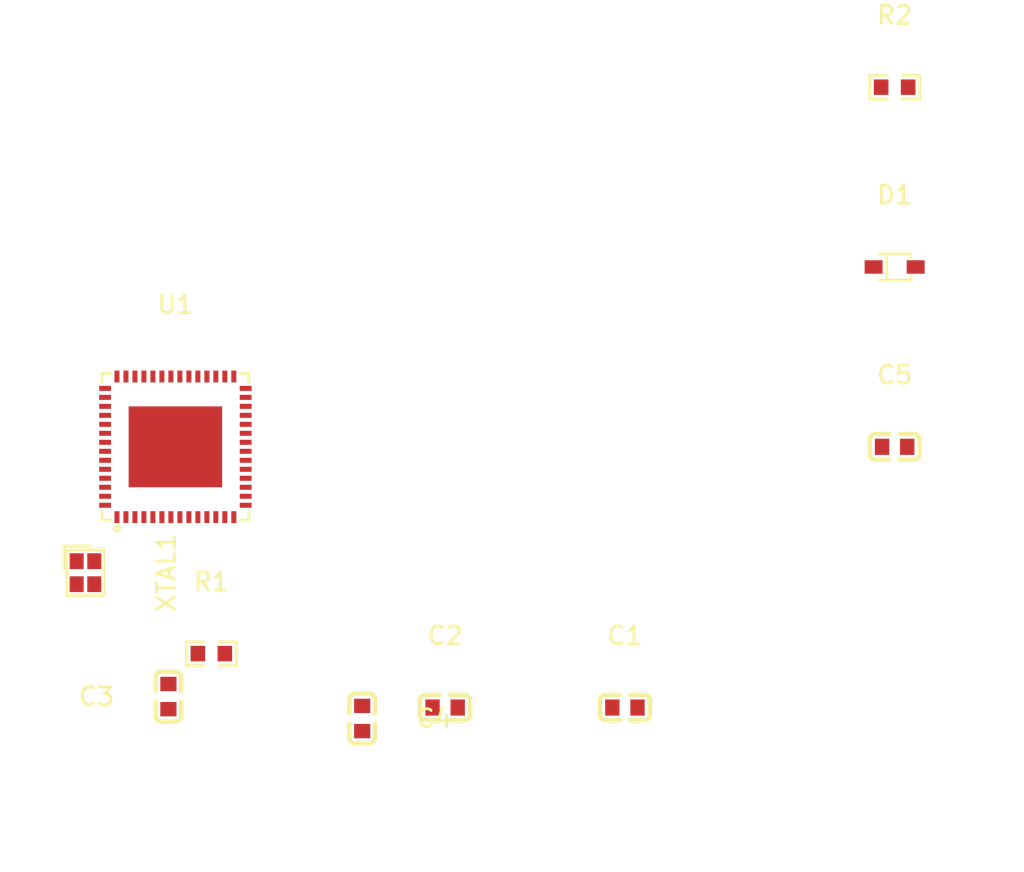
<source format=kicad_pcb>
(kicad_pcb (version 20241229) (generator "pcbnew") (generator_version "9.0")
  (layers (0 "F.Cu" signal) (2 "B.Cu" signal) (13 "F.Paste" user) (15 "B.Paste" user) (5 "F.SilkS" user "F.Silkscreen") (7 "B.SilkS" user "B.Silkscreen") (1 "F.Mask" user) (3 "B.Mask" user) (25 "Edge.Cuts" user))
  (net 0 "")
  (net 1 "line-2")
  (net 2 "line-7")
  (net 3 "line-1")
  (net 4 "xtalin")
  (net 5 "line-3")
  (net 6 "line-4")
  (net 7 "line-6")
  (net 8 "line-5")
  (net 9 "line")
  (net 10 "gnd")
  (net 11 "line-13")
  (net 12 "line-14")
  (net 13 "line-11")
  (net 14 "line-25")
  (net 15 "line-12")
  (net 16 "line-10")
  (net 17 "anode")
  (net 18 "line-9")
  (net 19 "line-15")
  (net 20 "xtalout")
  (net 21 "line-17")
  (net 22 "line-21")
  (net 23 "hv")
  (net 24 "line-18")
  (net 25 "line-20")
  (net 26 "line-19")
  (net 27 "line-24")
  (net 28 "line-23")
  (net 29 "line-35")
  (net 30 "line-22")
  (net 31 "line-16")
  (net 32 "line-8")
  (net 33 "gnd-1")
  (net 34 "line-26")
  (net 35 "line-28")
  (net 36 "hv-1")
  (net 37 "net")
  (net 38 "line-29")
  (net 39 "line-32")
  (net 40 "line-30")
  (net 41 "line-33")
  (net 42 "line-31")
  (net 43 "line-27")
  (net 44 "line-34")
  (footprint "atopile:C0603-bd72f6" (layer "F.Cu") (at 10.388 15.11 -90)
    (property "Reference" "C4" (at 0 -4 180) (layer "F.SilkS"))
    (property "Value" "100nF ±10% 50V X7R")
    (fp_line (start -0.28 0.71) (end -1.08 0.71) (stroke (width 0.25)) (layer "F.SilkS"))
    (fp_line (start 0.28 0.71) (end 1.08 0.71) (stroke (width 0.25)) (layer "F.SilkS"))
    (fp_line (start -1.39 0.4) (end -1.39 -0.4) (stroke (width 0.25)) (layer "F.SilkS"))
    (fp_line (start 1.39 -0.4) (end 1.39 0.4) (stroke (width 0.25)) (layer "F.SilkS"))
    (fp_line (start -0.28 -0.71) (end -1.08 -0.71) (stroke (width 0.25)) (layer "F.SilkS"))
    (fp_line (start 0.28 -0.71) (end 1.08 -0.71) (stroke (width 0.25)) (layer "F.SilkS"))
    (fp_arc (start -1.08 0.71) (mid -1.299203 0.619203) (end -1.39 0.4) (stroke (width 0.25)) (layer "F.SilkS"))
    (fp_arc (start 1.39 0.4) (mid 1.299203 0.619203) (end 1.08 0.71) (stroke (width 0.25)) (layer "F.SilkS"))
    (fp_arc (start -1.39 -0.4) (mid -1.299203 -0.619203) (end -1.08 -0.71) (stroke (width 0.25)) (layer "F.SilkS"))
    (fp_arc (start 1.08 -0.71) (mid 1.299203 -0.619203) (end 1.39 -0.4) (stroke (width 0.25)) (layer "F.SilkS"))
    (fp_text user "${REFERENCE}" (at 0 -4 180) (layer "F.SilkS"))
    (pad "1" smd rect (at -0.7 0 270) (size 0.8 0.9) (layers "F.Cu" "F.Mask" "F.Paste") (net 4 "xtalin"))
    (pad "2" smd rect (at 0.7 0 270) (size 0.8 0.9) (layers "F.Cu" "F.Mask" "F.Paste") (net 10 "gnd"))
  )
  (footprint "atopile:R0603-ebcab9" (layer "F.Cu") (at 40 -20)
    (property "Reference" "R2" (at 0 -4 0) (layer "F.SilkS"))
    (property "Value" "10kΩ ±1% 100mW")
    (fp_line (start -1.39 -0.66) (end -0.43 -0.66) (stroke (width 0.15)) (layer "F.SilkS"))
    (fp_line (start -1.39 0.66) (end -1.39 -0.66) (stroke (width 0.15)) (layer "F.SilkS"))
    (fp_line (start -0.43 0.66) (end -1.39 0.66) (stroke (width 0.15)) (layer "F.SilkS"))
    (fp_line (start 0.43 0.66) (end 1.39 0.66) (stroke (width 0.15)) (layer "F.SilkS"))
    (fp_line (start 1.39 -0.66) (end 0.43 -0.66) (stroke (width 0.15)) (layer "F.SilkS"))
    (fp_line (start 1.39 0.66) (end 1.39 -0.66) (stroke (width 0.15)) (layer "F.SilkS"))
    (fp_text user "${REFERENCE}" (at 0 -4 0) (layer "F.SilkS"))
    (pad "1" smd rect (at -0.75 0) (size 0.81 0.86) (layers "F.Cu" "F.Mask" "F.Paste") (net 17 "anode"))
    (pad "2" smd rect (at 0.75 0) (size 0.81 0.86) (layers "F.Cu" "F.Mask" "F.Paste") (net 36 "hv-1"))
  )
  (footprint "atopile:C0603-bd72f6" (layer "F.Cu") (at 25 14.5)
    (property "Reference" "C1" (at 0 -4 0) (layer "F.SilkS"))
    (property "Value" "100nF ±10% 50V X7R")
    (fp_line (start -1.39 0.4) (end -1.39 -0.4) (stroke (width 0.25)) (layer "F.SilkS"))
    (fp_line (start -0.28 -0.71) (end -1.08 -0.71) (stroke (width 0.25)) (layer "F.SilkS"))
    (fp_line (start -0.28 0.71) (end -1.08 0.71) (stroke (width 0.25)) (layer "F.SilkS"))
    (fp_line (start 0.28 -0.71) (end 1.08 -0.71) (stroke (width 0.25)) (layer "F.SilkS"))
    (fp_line (start 0.28 0.71) (end 1.08 0.71) (stroke (width 0.25)) (layer "F.SilkS"))
    (fp_line (start 1.39 -0.4) (end 1.39 0.4) (stroke (width 0.25)) (layer "F.SilkS"))
    (fp_arc (start -1.39 -0.4) (mid -1.299203 -0.619203) (end -1.08 -0.71) (stroke (width 0.25)) (layer "F.SilkS"))
    (fp_arc (start -1.08 0.71) (mid -1.299203 0.619203) (end -1.39 0.4) (stroke (width 0.25)) (layer "F.SilkS"))
    (fp_arc (start 1.08 -0.71) (mid 1.299203 -0.619203) (end 1.39 -0.4) (stroke (width 0.25)) (layer "F.SilkS"))
    (fp_arc (start 1.39 0.4) (mid 1.299203 0.619203) (end 1.08 0.71) (stroke (width 0.25)) (layer "F.SilkS"))
    (fp_text user "${REFERENCE}" (at 0 -4 0) (layer "F.SilkS"))
    (pad "1" smd rect (at -0.7 0) (size 0.8 0.9) (layers "F.Cu" "F.Mask" "F.Paste") (net 23 "hv"))
    (pad "2" smd rect (at 0.7 0) (size 0.8 0.9) (layers "F.Cu" "F.Mask" "F.Paste") (net 33 "gnd-1"))
  )
  (footprint "atopile:R0603-ebcab9" (layer "F.Cu") (at 2 11.5)
    (property "Reference" "R1" (at 0 -4 0) (layer "F.SilkS"))
    (property "Value" "10kΩ ±1% 100mW")
    (fp_line (start -1.39 -0.66) (end -0.43 -0.66) (stroke (width 0.15)) (layer "F.SilkS"))
    (fp_line (start -1.39 0.66) (end -1.39 -0.66) (stroke (width 0.15)) (layer "F.SilkS"))
    (fp_line (start -0.43 0.66) (end -1.39 0.66) (stroke (width 0.15)) (layer "F.SilkS"))
    (fp_line (start 0.43 0.66) (end 1.39 0.66) (stroke (width 0.15)) (layer "F.SilkS"))
    (fp_line (start 1.39 -0.66) (end 0.43 -0.66) (stroke (width 0.15)) (layer "F.SilkS"))
    (fp_line (start 1.39 0.66) (end 1.39 -0.66) (stroke (width 0.15)) (layer "F.SilkS"))
    (fp_text user "${REFERENCE}" (at 0 -4 0) (layer "F.SilkS"))
    (pad "1" smd rect (at -0.75 0) (size 0.81 0.86) (layers "F.Cu" "F.Mask" "F.Paste") (net 37 "net"))
    (pad "2" smd rect (at 0.75 0) (size 0.81 0.86) (layers "F.Cu" "F.Mask" "F.Paste") (net 20 "xtalout"))
  )
  (footprint "atopile:C0603-bd72f6" (layer "F.Cu") (at 15 14.5)
    (property "Reference" "C2" (at 0 -4 0) (layer "F.SilkS"))
    (property "Value" "100nF ±10% 50V X7R")
    (fp_line (start -1.39 0.4) (end -1.39 -0.4) (stroke (width 0.25)) (layer "F.SilkS"))
    (fp_line (start -0.28 -0.71) (end -1.08 -0.71) (stroke (width 0.25)) (layer "F.SilkS"))
    (fp_line (start -0.28 0.71) (end -1.08 0.71) (stroke (width 0.25)) (layer "F.SilkS"))
    (fp_line (start 0.28 -0.71) (end 1.08 -0.71) (stroke (width 0.25)) (layer "F.SilkS"))
    (fp_line (start 0.28 0.71) (end 1.08 0.71) (stroke (width 0.25)) (layer "F.SilkS"))
    (fp_line (start 1.39 -0.4) (end 1.39 0.4) (stroke (width 0.25)) (layer "F.SilkS"))
    (fp_arc (start -1.39 -0.4) (mid -1.299203 -0.619203) (end -1.08 -0.71) (stroke (width 0.25)) (layer "F.SilkS"))
    (fp_arc (start -1.08 0.71) (mid -1.299203 0.619203) (end -1.39 0.4) (stroke (width 0.25)) (layer "F.SilkS"))
    (fp_arc (start 1.08 -0.71) (mid 1.299203 -0.619203) (end 1.39 -0.4) (stroke (width 0.25)) (layer "F.SilkS"))
    (fp_arc (start 1.39 0.4) (mid 1.299203 0.619203) (end 1.08 0.71) (stroke (width 0.25)) (layer "F.SilkS"))
    (fp_text user "${REFERENCE}" (at 0 -4 0) (layer "F.SilkS"))
    (pad "1" smd rect (at -0.7 0) (size 0.8 0.9) (layers "F.Cu" "F.Mask" "F.Paste") (net 36 "hv-1"))
    (pad "2" smd rect (at 0.7 0) (size 0.8 0.9) (layers "F.Cu" "F.Mask" "F.Paste") (net 10 "gnd"))
  )
  (footprint "atopile:QFN-56_L8.0-W8.0-P0.50-BL-EP-2e306a" (layer "F.Cu") (at 0 0)
    (property "Reference" "U1" (at 0 -7.91 0) (layer "F.SilkS"))
    (property "Value" "")
    (fp_line (start -4.08 -4.08) (end -3.58 -4.08) (stroke (width 0.15)) (layer "F.SilkS"))
    (fp_line (start -4.08 -3.58) (end -4.08 -4.08) (stroke (width 0.15)) (layer "F.SilkS"))
    (fp_line (start -4.08 3.58) (end -4.08 4.08) (stroke (width 0.15)) (layer "F.SilkS"))
    (fp_line (start -4.08 4.08) (end -3.58 4.08) (stroke (width 0.15)) (layer "F.SilkS"))
    (fp_line (start 4.08 -4.08) (end 3.58 -4.08) (stroke (width 0.15)) (layer "F.SilkS"))
    (fp_line (start 4.08 -3.58) (end 4.08 -4.08) (stroke (width 0.15)) (layer "F.SilkS"))
    (fp_line (start 4.08 3.58) (end 4.08 4.08) (stroke (width 0.15)) (layer "F.SilkS"))
    (fp_line (start 4.08 4.08) (end 3.58 4.08) (stroke (width 0.15)) (layer "F.SilkS"))
    (fp_circle (center -3.25 4.54) (end -3.18 4.54) (stroke (width 0.15)) (fill no) (layer "F.SilkS"))
    (fp_text user "${REFERENCE}" (at 0 -7.91 0) (layer "F.SilkS"))
    (pad "1" smd rect (at -3.25 3.91) (size 0.28 0.66) (layers "F.Cu" "F.Mask" "F.Paste") (net 25 "line-20"))
    (pad "2" smd rect (at -2.75 3.91) (size 0.28 0.66) (layers "F.Cu" "F.Mask" "F.Paste") (net 42 "line-31"))
    (pad "3" smd rect (at -2.25 3.91) (size 0.28 0.66) (layers "F.Cu" "F.Mask" "F.Paste") (net 23 "hv"))
    (pad "4" smd rect (at -1.75 3.91) (size 0.28 0.66) (layers "F.Cu" "F.Mask" "F.Paste") (net 20 "xtalout"))
    (pad "5" smd rect (at -1.25 3.91) (size 0.28 0.66) (layers "F.Cu" "F.Mask" "F.Paste") (net 4 "xtalin"))
    (pad "6" smd rect (at -0.75 3.91) (size 0.28 0.66) (layers "F.Cu" "F.Mask" "F.Paste") (net 33 "gnd-1"))
    (pad "7" smd rect (at -0.25 3.91) (size 0.28 0.66) (layers "F.Cu" "F.Mask" "F.Paste") (net 23 "hv"))
    (pad "8" smd rect (at 0.25 3.91) (size 0.28 0.66) (layers "F.Cu" "F.Mask" "F.Paste") (net 34 "line-26"))
    (pad "9" smd rect (at 0.75 3.91) (size 0.28 0.66) (layers "F.Cu" "F.Mask" "F.Paste") (net 12 "line-14"))
    (pad "10" smd rect (at 1.25 3.91) (size 0.28 0.66) (layers "F.Cu" "F.Mask" "F.Paste") (net 33 "gnd-1"))
    (pad "11" smd rect (at 1.75 3.91) (size 0.28 0.66) (layers "F.Cu" "F.Mask" "F.Paste") (net 36 "hv-1"))
    (pad "12" smd rect (at 2.25 3.91) (size 0.28 0.66) (layers "F.Cu" "F.Mask" "F.Paste") (net 10 "gnd"))
    (pad "13" smd rect (at 2.75 3.91) (size 0.28 0.66) (layers "F.Cu" "F.Mask" "F.Paste") (net 27 "line-24"))
    (pad "14" smd rect (at 3.25 3.91) (size 0.28 0.66) (layers "F.Cu" "F.Mask" "F.Paste") (net 10 "gnd"))
    (pad "15" smd rect (at 3.91 3.25) (size 0.66 0.28) (layers "F.Cu" "F.Mask" "F.Paste") (net 16 "line-10"))
    (pad "16" smd rect (at 3.91 2.75) (size 0.66 0.28) (layers "F.Cu" "F.Mask" "F.Paste") (net 30 "line-22"))
    (pad "17" smd rect (at 3.91 2.25) (size 0.66 0.28) (layers "F.Cu" "F.Mask" "F.Paste") (net 36 "hv-1"))
    (pad "18" smd rect (at 3.91 1.75) (size 0.66 0.28) (layers "F.Cu" "F.Mask" "F.Paste") (net 35 "line-28"))
    (pad "19" smd rect (at 3.91 1.25) (size 0.66 0.28) (layers "F.Cu" "F.Mask" "F.Paste") (net 24 "line-18"))
    (pad "20" smd rect (at 3.91 0.75) (size 0.66 0.28) (layers "F.Cu" "F.Mask" "F.Paste") (net 29 "line-35"))
    (pad "21" smd rect (at 3.91 0.25) (size 0.66 0.28) (layers "F.Cu" "F.Mask" "F.Paste") (net 38 "line-29"))
    (pad "22" smd rect (at 3.91 -0.25) (size 0.66 0.28) (layers "F.Cu" "F.Mask" "F.Paste") (net 28 "line-23"))
    (pad "23" smd rect (at 3.91 -0.75) (size 0.66 0.28) (layers "F.Cu" "F.Mask" "F.Paste") (net 13 "line-11"))
    (pad "24" smd rect (at 3.91 -1.25) (size 0.66 0.28) (layers "F.Cu" "F.Mask" "F.Paste") (net 41 "line-33"))
    (pad "25" smd rect (at 3.91 -1.75) (size 0.66 0.28) (layers "F.Cu" "F.Mask" "F.Paste") (net 18 "line-9"))
    (pad "26" smd rect (at 3.91 -2.25) (size 0.66 0.28) (layers "F.Cu" "F.Mask" "F.Paste") (net 10 "gnd"))
    (pad "27" smd rect (at 3.91 -2.75) (size 0.66 0.28) (layers "F.Cu" "F.Mask" "F.Paste") (net 36 "hv-1"))
    (pad "28" smd rect (at 3.91 -3.25) (size 0.66 0.28) (layers "F.Cu" "F.Mask" "F.Paste") (net 10 "gnd"))
    (pad "29" smd rect (at 3.25 -3.91) (size 0.28 0.66) (layers "F.Cu" "F.Mask" "F.Paste") (net 2 "line-7"))
    (pad "30" smd rect (at 2.75 -3.91) (size 0.28 0.66) (layers "F.Cu" "F.Mask" "F.Paste") (net 39 "line-32"))
    (pad "31" smd rect (at 2.25 -3.91) (size 0.28 0.66) (layers "F.Cu" "F.Mask" "F.Paste") (net 43 "line-27"))
    (pad "32" smd rect (at 1.75 -3.91) (size 0.28 0.66) (layers "F.Cu" "F.Mask" "F.Paste") (net 36 "hv-1"))
    (pad "33" smd rect (at 1.25 -3.91) (size 0.28 0.66) (layers "F.Cu" "F.Mask" "F.Paste") (net 31 "line-16"))
    (pad "34" smd rect (at 0.75 -3.91) (size 0.28 0.66) (layers "F.Cu" "F.Mask" "F.Paste") (net 40 "line-30"))
    (pad "35" smd rect (at 0.25 -3.91) (size 0.28 0.66) (layers "F.Cu" "F.Mask" "F.Paste") (net 6 "line-4"))
    (pad "36" smd rect (at -0.25 -3.91) (size 0.28 0.66) (layers "F.Cu" "F.Mask" "F.Paste") (net 22 "line-21"))
    (pad "37" smd rect (at -0.75 -3.91) (size 0.28 0.66) (layers "F.Cu" "F.Mask" "F.Paste") (net 44 "line-34"))
    (pad "38" smd rect (at -1.25 -3.91) (size 0.28 0.66) (layers "F.Cu" "F.Mask" "F.Paste") (net 21 "line-17"))
    (pad "39" smd rect (at -1.75 -3.91) (size 0.28 0.66) (layers "F.Cu" "F.Mask" "F.Paste") (net 26 "line-19"))
    (pad "40" smd rect (at -2.25 -3.91) (size 0.28 0.66) (layers "F.Cu" "F.Mask" "F.Paste") (net 15 "line-12"))
    (pad "41" smd rect (at -2.75 -3.91) (size 0.28 0.66) (layers "F.Cu" "F.Mask" "F.Paste") (net 10 "gnd"))
    (pad "42" smd rect (at -3.25 -3.91) (size 0.28 0.66) (layers "F.Cu" "F.Mask" "F.Paste") (net 17 "anode"))
    (pad "43" smd rect (at -3.91 -3.25) (size 0.66 0.28) (layers "F.Cu" "F.Mask" "F.Paste") (net 36 "hv-1"))
    (pad "44" smd rect (at -3.91 -2.75) (size 0.66 0.28) (layers "F.Cu" "F.Mask" "F.Paste") (net 19 "line-15"))
    (pad "45" smd rect (at -3.91 -2.25) (size 0.66 0.28) (layers "F.Cu" "F.Mask" "F.Paste") (net 3 "line-1"))
    (pad "46" smd rect (at -3.91 -1.75) (size 0.66 0.28) (layers "F.Cu" "F.Mask" "F.Paste") (net 32 "line-8"))
    (pad "47" smd rect (at -3.91 -1.25) (size 0.66 0.28) (layers "F.Cu" "F.Mask" "F.Paste") (net 5 "line-3"))
    (pad "48" smd rect (at -3.91 -0.75) (size 0.66 0.28) (layers "F.Cu" "F.Mask" "F.Paste") (net 8 "line-5"))
    (pad "49" smd rect (at -3.91 -0.25) (size 0.66 0.28) (layers "F.Cu" "F.Mask" "F.Paste") (net 9 "line"))
    (pad "50" smd rect (at -3.91 0.25) (size 0.66 0.28) (layers "F.Cu" "F.Mask" "F.Paste") (net 11 "line-13"))
    (pad "51" smd rect (at -3.91 0.75) (size 0.66 0.28) (layers "F.Cu" "F.Mask" "F.Paste") (net 7 "line-6"))
    (pad "52" smd rect (at -3.91 1.25) (size 0.66 0.28) (layers "F.Cu" "F.Mask" "F.Paste") (net 14 "line-25"))
    (pad "53" smd rect (at -3.91 1.75) (size 0.66 0.28) (layers "F.Cu" "F.Mask" "F.Paste") (net 10 "gnd"))
    (pad "54" smd rect (at -3.91 2.25) (size 0.66 0.28) (layers "F.Cu" "F.Mask" "F.Paste") (net 1 "line-2"))
    (pad "55" smd rect (at -3.91 2.75) (size 0.66 0.28) (layers "F.Cu" "F.Mask" "F.Paste") (net 36 "hv-1"))
    (pad "56" smd rect (at -3.91 3.25) (size 0.66 0.28) (layers "F.Cu" "F.Mask" "F.Paste") (net 10 "gnd"))
    (pad "57" smd rect (at 0 0) (size 5.2 4.5) (layers "F.Cu" "F.Mask" "F.Paste") (net 10 "gnd"))
  )
  (footprint "atopile:C0603-bd72f6" (layer "F.Cu") (at -0.388 13.89 90)
    (property "Reference" "C3" (at 0 -4 180) (layer "F.SilkS"))
    (property "Value" "100nF ±10% 50V X7R")
    (fp_line (start 0.28 -0.71) (end 1.08 -0.71) (stroke (width 0.25)) (layer "F.SilkS"))
    (fp_line (start -0.28 -0.71) (end -1.08 -0.71) (stroke (width 0.25)) (layer "F.SilkS"))
    (fp_line (start 1.39 -0.4) (end 1.39 0.4) (stroke (width 0.25)) (layer "F.SilkS"))
    (fp_line (start -1.39 0.4) (end -1.39 -0.4) (stroke (width 0.25)) (layer "F.SilkS"))
    (fp_line (start 0.28 0.71) (end 1.08 0.71) (stroke (width 0.25)) (layer "F.SilkS"))
    (fp_line (start -0.28 0.71) (end -1.08 0.71) (stroke (width 0.25)) (layer "F.SilkS"))
    (fp_arc (start 1.08 -0.71) (mid 1.299203 -0.619203) (end 1.39 -0.4) (stroke (width 0.25)) (layer "F.SilkS"))
    (fp_arc (start -1.39 -0.4) (mid -1.299203 -0.619203) (end -1.08 -0.71) (stroke (width 0.25)) (layer "F.SilkS"))
    (fp_arc (start 1.39 0.4) (mid 1.299203 0.619203) (end 1.08 0.71) (stroke (width 0.25)) (layer "F.SilkS"))
    (fp_arc (start -1.08 0.71) (mid -1.299203 0.619203) (end -1.39 0.4) (stroke (width 0.25)) (layer "F.SilkS"))
    (fp_text user "${REFERENCE}" (at 0 -4 180) (layer "F.SilkS"))
    (pad "1" smd rect (at -0.7 0 90) (size 0.8 0.9) (layers "F.Cu" "F.Mask" "F.Paste") (net 37 "net"))
    (pad "2" smd rect (at 0.7 0 90) (size 0.8 0.9) (layers "F.Cu" "F.Mask" "F.Paste") (net 10 "gnd"))
  )
  (footprint "atopile:C0603-bd72f6" (layer "F.Cu") (at 40 0)
    (property "Reference" "C5" (at 0 -4 0) (layer "F.SilkS"))
    (property "Value" "1µF ±5% 16V X7R")
    (fp_line (start -1.39 0.4) (end -1.39 -0.4) (stroke (width 0.25)) (layer "F.SilkS"))
    (fp_line (start -0.28 -0.71) (end -1.08 -0.71) (stroke (width 0.25)) (layer "F.SilkS"))
    (fp_line (start -0.28 0.71) (end -1.08 0.71) (stroke (width 0.25)) (layer "F.SilkS"))
    (fp_line (start 0.28 -0.71) (end 1.08 -0.71) (stroke (width 0.25)) (layer "F.SilkS"))
    (fp_line (start 0.28 0.71) (end 1.08 0.71) (stroke (width 0.25)) (layer "F.SilkS"))
    (fp_line (start 1.39 -0.4) (end 1.39 0.4) (stroke (width 0.25)) (layer "F.SilkS"))
    (fp_arc (start -1.39 -0.4) (mid -1.299203 -0.619203) (end -1.08 -0.71) (stroke (width 0.25)) (layer "F.SilkS"))
    (fp_arc (start -1.08 0.71) (mid -1.299203 0.619203) (end -1.39 0.4) (stroke (width 0.25)) (layer "F.SilkS"))
    (fp_arc (start 1.08 -0.71) (mid 1.299203 -0.619203) (end 1.39 -0.4) (stroke (width 0.25)) (layer "F.SilkS"))
    (fp_arc (start 1.39 0.4) (mid 1.299203 0.619203) (end 1.08 0.71) (stroke (width 0.25)) (layer "F.SilkS"))
    (fp_text user "${REFERENCE}" (at 0 -4 0) (layer "F.SilkS"))
    (pad "1" smd rect (at -0.7 0) (size 0.8 0.9) (layers "F.Cu" "F.Mask" "F.Paste") (net 17 "anode"))
    (pad "2" smd rect (at 0.7 0) (size 0.8 0.9) (layers "F.Cu" "F.Mask" "F.Paste") (net 10 "gnd"))
  )
  (footprint "atopile:CRYSTAL-SMD_4P-L2.0-W1.6-BL-A-5567c7" (layer "F.Cu") (at -5 7 -90)
    (property "Reference" "XTAL1" (at 0 -4.49 90) (layer "F.SilkS"))
    (property "Value" "")
    (fp_line (start -1.49 1.2) (end -0.23 1.2) (stroke (width 0.15)) (layer "F.SilkS"))
    (fp_line (start -1.27 1.02) (end -1.27 1.02) (stroke (width 0.15)) (layer "F.SilkS"))
    (fp_line (start -1.27 1.02) (end -1.27 1.02) (stroke (width 0.15)) (layer "F.SilkS"))
    (fp_line (start -1.27 1.02) (end -1.27 -1.02) (stroke (width 0.15)) (layer "F.SilkS"))
    (fp_line (start 1.27 1.02) (end -1.27 1.02) (stroke (width 0.15)) (layer "F.SilkS"))
    (fp_line (start -1.49 -0.25) (end -1.49 1.2) (stroke (width 0.15)) (layer "F.SilkS"))
    (fp_line (start -1.27 -1.02) (end 1.27 -1.02) (stroke (width 0.15)) (layer "F.SilkS"))
    (fp_line (start 1.27 -1.02) (end 1.27 1.02) (stroke (width 0.15)) (layer "F.SilkS"))
    (fp_text user "${REFERENCE}" (at 0 -4.49 90) (layer "F.SilkS"))
    (pad "1" smd rect (at -0.64 0.49 270) (size 0.88 0.78) (layers "F.Cu" "F.Mask" "F.Paste") (net 37 "net"))
    (pad "2" smd rect (at 0.64 0.49 270) (size 0.88 0.78) (layers "F.Cu" "F.Mask" "F.Paste") (net 10 "gnd"))
    (pad "3" smd rect (at 0.64 -0.49 270) (size 0.88 0.78) (layers "F.Cu" "F.Mask" "F.Paste") (net 4 "xtalin"))
    (pad "4" smd rect (at -0.64 -0.49 270) (size 0.88 0.78) (layers "F.Cu" "F.Mask" "F.Paste") (net 10 "gnd"))
  )
  (footprint "atopile:SOD-323_L1.8-W1.3-LS2.5-RD-b55baa" (layer "F.Cu") (at 40 -10)
    (property "Reference" "D1" (at 0 -4 0) (layer "F.SilkS"))
    (property "Value" "")
    (fp_line (start -0.85 -0.73) (end 0.91 -0.73) (stroke (width 0.15)) (layer "F.SilkS"))
    (fp_line (start -0.85 0.73) (end 0.91 0.73) (stroke (width 0.15)) (layer "F.SilkS"))
    (fp_line (start -0.44 -0.73) (end -0.44 0.73) (stroke (width 0.15)) (layer "F.SilkS"))
    (fp_line (start 0.91 -0.73) (end 0.91 -0.53) (stroke (width 0.15)) (layer "F.SilkS"))
    (fp_line (start 0.91 0.73) (end 0.91 0.52) (stroke (width 0.15)) (layer "F.SilkS"))
    (fp_text user "${REFERENCE}" (at 0 -4 0) (layer "F.SilkS"))
    (pad "1" smd rect (at -1.17 0) (size 1 0.75) (layers "F.Cu" "F.Mask" "F.Paste") (net 36 "hv-1"))
    (pad "2" smd rect (at 1.17 0) (size 1 0.75) (layers "F.Cu" "F.Mask" "F.Paste") (net 17 "anode"))
  )
)
</source>
